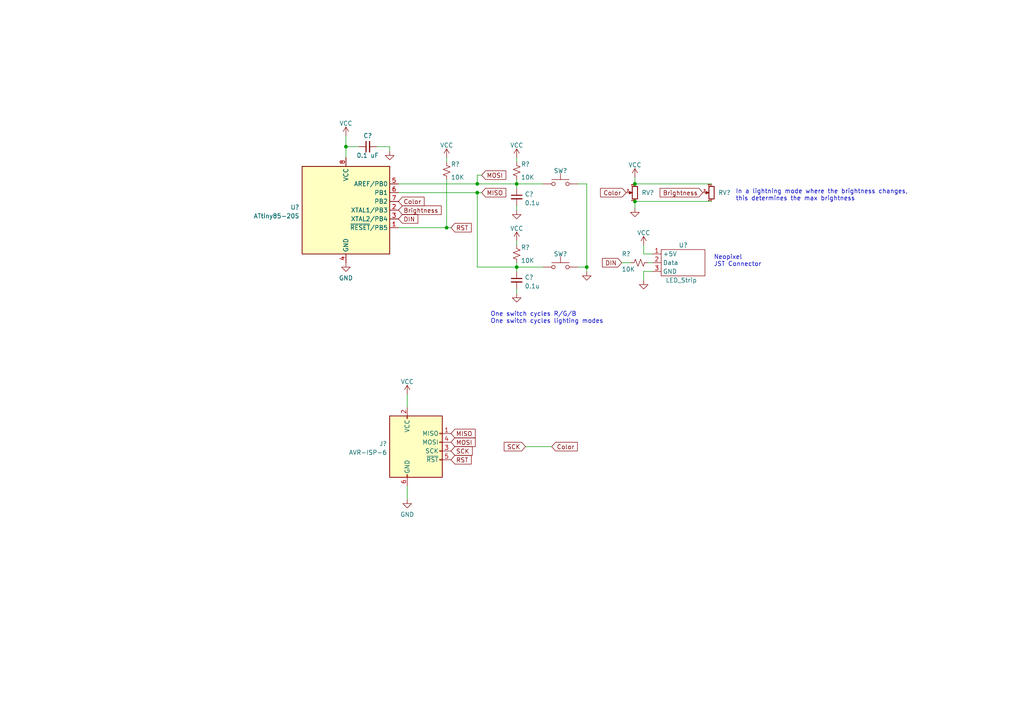
<source format=kicad_sch>
(kicad_sch (version 20211123) (generator eeschema)
  (paper "A4")
  (lib_symbols
    (symbol "Connector:AVR-ISP-6" (pin_names (offset 1.016))
      (property "Reference" "J" (at -6.35 11.43 0))
      (property "Value" "AVR-ISP-6" (at 0 11.43 0))
      (symbol "AVR-ISP-6_0_1"
        (rectangle (start -2.667 -6.858) (end -2.413 -7.62))
        (rectangle (start -2.667 10.16) (end -2.413 9.398))
        (rectangle (start 7.62 -2.413) (end 6.858 -2.667))
        (rectangle (start 7.62 0.127) (end 6.858 -0.127))
        (rectangle (start 7.62 2.667) (end 6.858 2.413))
        (rectangle (start 7.62 5.207) (end 6.858 4.953))
        (rectangle (start 7.62 10.16) (end -7.62 -7.62) (stroke (width 0.254)) (fill (type background)))
      )
      (symbol "AVR-ISP-6_1_1"
        (pin passive line (at 10.16 5.08 180) (length 2.54) (name "MISO") (number "1"))
        (pin passive line (at -2.54 12.7 270) (length 2.54) (name "VCC") (number "2"))
        (pin passive line (at 10.16 0 180) (length 2.54) (name "SCK") (number "3"))
        (pin passive line (at 10.16 2.54 180) (length 2.54) (name "MOSI") (number "4"))
        (pin passive line (at 10.16 -2.54 180) (length 2.54) (name "~{RST}") (number "5"))
        (pin passive line (at -2.54 -10.16 90) (length 2.54) (name "GND") (number "6"))
      )
    )
    (symbol "Device:C_Small" (pin_numbers hide) (pin_names (offset 0.254) hide)
      (property "Reference" "C" (at 0.254 1.778 0))
      (property "Value" "C_Small" (at 0.254 -2.032 0))
      (symbol "C_Small_0_1"
        (polyline (pts (xy -1.524 -0.508) (xy 1.524 -0.508)) (stroke (width 0.3302)))
        (polyline (pts (xy -1.524 0.508) (xy 1.524 0.508)) (stroke (width 0.3048)))
      )
      (symbol "C_Small_1_1"
        (pin passive line (at 0 2.54 270) (length 2.032) (name "~") (number "1"))
        (pin passive line (at 0 -2.54 90) (length 2.032) (name "~") (number "2"))
      )
    )
    (symbol "Device:R_Potentiometer_Small" (pin_names (offset 1.016) hide)
      (property "Reference" "RV" (at -4.445 0 90))
      (property "Value" "R_Potentiometer_Small" (at -2.54 0 90))
      (symbol "R_Potentiometer_Small_0_1"
        (polyline (pts (xy 0.889 0) (xy 0.635 0) (xy 1.651 0.381) (xy 1.651 -0.381) (xy 0.635 0) (xy 0.889 0)) (fill (type outline)))
        (rectangle (start 0.762 1.8034) (end -0.762 -1.8034) (stroke (width 0.254)))
      )
      (symbol "R_Potentiometer_Small_1_1"
        (pin passive line (at 0 2.54 270) (length 0.635) (name "1") (number "1"))
        (pin passive line (at 2.54 0 180) (length 0.9906) (name "2") (number "2"))
        (pin passive line (at 0 -2.54 90) (length 0.635) (name "3") (number "3"))
      )
    )
    (symbol "Device:R_Small_US" (pin_numbers hide) (pin_names (offset 0.254) hide)
      (property "Reference" "R" (at 0.762 0.508 0))
      (property "Value" "R_Small_US" (at 0.762 -1.016 0))
      (symbol "R_Small_US_1_1"
        (polyline (pts (xy 0 0) (xy 1.016 -0.381) (xy 0 -0.762) (xy -1.016 -1.143) (xy 0 -1.524)))
        (polyline (pts (xy 0 1.524) (xy 1.016 1.143) (xy 0 0.762) (xy -1.016 0.381) (xy 0 0)))
        (pin passive line (at 0 2.54 270) (length 1.016) (name "~") (number "1"))
        (pin passive line (at 0 -2.54 90) (length 1.016) (name "~") (number "2"))
      )
    )
    (symbol "MCU_Microchip_ATtiny:ATtiny85-20S"
      (property "Reference" "U" (at -12.7 13.97 0))
      (property "Value" "ATtiny85-20S" (at 2.54 -13.97 0))
      (symbol "ATtiny85-20S_0_1"
        (rectangle (start -12.7 -12.7) (end 12.7 12.7) (stroke (width 0.254)) (fill (type background)))
      )
      (symbol "ATtiny85-20S_1_1"
        (pin bidirectional line (at 15.24 -5.08 180) (length 2.54) (name "~{RESET}/PB5") (number "1"))
        (pin bidirectional line (at 15.24 0 180) (length 2.54) (name "XTAL1/PB3") (number "2"))
        (pin bidirectional line (at 15.24 -2.54 180) (length 2.54) (name "XTAL2/PB4") (number "3"))
        (pin power_in line (at 0 -15.24 90) (length 2.54) (name "GND") (number "4"))
        (pin bidirectional line (at 15.24 7.62 180) (length 2.54) (name "AREF/PB0") (number "5"))
        (pin bidirectional line (at 15.24 5.08 180) (length 2.54) (name "PB1") (number "6"))
        (pin bidirectional line (at 15.24 2.54 180) (length 2.54) (name "PB2") (number "7"))
        (pin power_in line (at 0 15.24 270) (length 2.54) (name "VCC") (number "8"))
      )
    )
    (symbol "Switch:SW_Push" (pin_numbers hide) (pin_names (offset 1.016) hide)
      (property "Reference" "SW" (at 1.27 2.54 0))
      (property "Value" "SW_Push" (at 0 -1.524 0))
      (symbol "SW_Push_0_1"
        (circle (center -2.032 0) (radius 0.508))
        (polyline (pts (xy 0 1.27) (xy 0 3.048)))
        (polyline (pts (xy 2.54 1.27) (xy -2.54 1.27)))
        (circle (center 2.032 0) (radius 0.508))
        (pin passive line (at -5.08 0 0) (length 2.54) (name "1") (number "1"))
        (pin passive line (at 5.08 0 180) (length 2.54) (name "2") (number "2"))
      )
    )
    (symbol "infinity-mirror:LED_Strip"
      (property "Reference" "U" (at 0 5.08 0))
      (property "Value" "LED_Strip" (at 0 -5.08 0))
      (symbol "LED_Strip_0_1"
        (rectangle (start -7.62 -1.27) (end -7.62 -1.27))
        (rectangle (start -7.62 -1.27) (end -7.62 -1.27))
        (rectangle (start -7.62 -1.27) (end -7.62 -1.27))
        (rectangle (start -7.62 -1.27) (end -7.62 -1.27))
        (rectangle (start -7.62 -1.27) (end -7.62 -1.27))
        (rectangle (start -7.62 -1.27) (end -7.62 -1.27))
        (rectangle (start -7.62 -1.27) (end -7.62 -1.27))
        (rectangle (start -7.62 -1.27) (end -7.62 -1.27))
        (rectangle (start -7.62 -1.27) (end -7.62 -1.27))
        (rectangle (start -7.62 -1.27) (end -7.62 -1.27))
        (rectangle (start -7.62 -1.27) (end -7.62 -1.27))
        (rectangle (start -7.62 -1.27) (end -7.62 -1.27))
        (rectangle (start -7.62 -1.27) (end -7.62 -1.27) (fill (type background)))
        (rectangle (start -6.35 3.81) (end 6.35 -3.81))
      )
      (symbol "LED_Strip_1_1"
        (pin bidirectional line (at -8.89 2.54 0) (length 2.54) (name "+5V") (number "1"))
        (pin bidirectional line (at -8.89 0 0) (length 2.54) (name "Data") (number "2"))
        (pin bidirectional line (at -8.89 -2.54 0) (length 2.54) (name "GND") (number "3"))
      )
    )
    (symbol "power:GND" (power) (pin_names (offset 0))
      (property "Value" "GND" (at 0 -3.81 0))
      (symbol "GND_0_1"
        (polyline (pts (xy 0 0) (xy 0 -1.27) (xy 1.27 -1.27) (xy 0 -2.54) (xy -1.27 -1.27) (xy 0 -1.27)))
      )
      (symbol "GND_1_1"
        (pin power_in line (at 0 0 270) (length 0) hide (name "GND") (number "1"))
      )
    )
    (symbol "power:VCC" (power) (pin_names (offset 0))
      (property "Value" "VCC" (at 0 3.81 0))
      (symbol "VCC_0_1"
        (polyline (pts (xy -0.762 1.27) (xy 0 2.54)))
        (polyline (pts (xy 0 0) (xy 0 2.54)))
        (polyline (pts (xy 0 2.54) (xy 0.762 1.27)))
      )
      (symbol "VCC_1_1"
        (pin power_in line (at 0 0 90) (length 0) hide (name "VCC") (number "1"))
      )
    )
  )
  (junction (at 100.33 42.545))
  (junction (at 149.86 77.47))
  (junction (at 184.15 58.42))
  (junction (at 184.15 53.34))
  (junction (at 170.18 77.47))
  (junction (at 138.43 53.34))
  (junction (at 138.43 55.88))
  (junction (at 129.54 66.04))
  (junction (at 149.86 53.34))
  (wire (pts (xy 113.03 42.545) (xy 113.03 43.815)))
  (wire (pts (xy 118.11 140.97) (xy 118.11 144.78)))
  (wire (pts (xy 170.18 77.47) (xy 170.18 78.74)))
  (wire (pts (xy 186.69 71.12) (xy 186.69 73.66)))
  (wire (pts (xy 100.33 39.37) (xy 100.33 42.545)))
  (wire (pts (xy 138.43 50.8) (xy 139.7 50.8)))
  (wire (pts (xy 157.48 77.47) (xy 149.86 77.47)))
  (wire (pts (xy 149.86 45.72) (xy 149.86 46.99)))
  (wire (pts (xy 149.86 53.34) (xy 149.86 54.61)))
  (wire (pts (xy 100.33 42.545) (xy 104.14 42.545)))
  (wire (pts (xy 180.34 76.2) (xy 182.88 76.2)))
  (wire (pts (xy 118.11 114.3) (xy 118.11 118.11)))
  (wire (pts (xy 115.57 53.34) (xy 138.43 53.34)))
  (wire (pts (xy 149.86 52.07) (xy 149.86 53.34)))
  (wire (pts (xy 149.86 83.82) (xy 149.86 85.09)))
  (wire (pts (xy 184.15 58.42) (xy 184.15 60.325)))
  (wire (pts (xy 149.86 69.85) (xy 149.86 71.12)))
  (wire (pts (xy 109.22 42.545) (xy 113.03 42.545)))
  (wire (pts (xy 189.23 78.74) (xy 186.69 78.74)))
  (wire (pts (xy 149.86 77.47) (xy 149.86 78.74)))
  (wire (pts (xy 115.57 55.88) (xy 138.43 55.88)))
  (wire (pts (xy 184.15 51.435) (xy 184.15 53.34)))
  (wire (pts (xy 184.15 58.42) (xy 206.375 58.42)))
  (wire (pts (xy 129.54 45.72) (xy 129.54 46.99)))
  (wire (pts (xy 149.86 53.34) (xy 157.48 53.34)))
  (wire (pts (xy 167.64 53.34) (xy 170.18 53.34)))
  (wire (pts (xy 152.4 129.54) (xy 160.02 129.54)))
  (wire (pts (xy 186.69 73.66) (xy 189.23 73.66)))
  (wire (pts (xy 167.64 77.47) (xy 170.18 77.47)))
  (wire (pts (xy 129.54 52.07) (xy 129.54 66.04)))
  (wire (pts (xy 206.375 53.34) (xy 184.15 53.34)))
  (wire (pts (xy 170.18 53.34) (xy 170.18 77.47)))
  (wire (pts (xy 187.96 76.2) (xy 189.23 76.2)))
  (wire (pts (xy 149.86 76.2) (xy 149.86 77.47)))
  (wire (pts (xy 138.43 55.88) (xy 138.43 77.47)))
  (wire (pts (xy 149.86 59.69) (xy 149.86 60.96)))
  (wire (pts (xy 186.69 78.74) (xy 186.69 81.28)))
  (wire (pts (xy 115.57 66.04) (xy 129.54 66.04)))
  (wire (pts (xy 138.43 55.88) (xy 139.7 55.88)))
  (wire (pts (xy 138.43 77.47) (xy 149.86 77.47)))
  (wire (pts (xy 138.43 53.34) (xy 138.43 50.8)))
  (wire (pts (xy 138.43 53.34) (xy 149.86 53.34)))
  (wire (pts (xy 129.54 66.04) (xy 130.81 66.04)))
  (wire (pts (xy 100.33 42.545) (xy 100.33 45.72)))
  (text "One switch cycles R/G/B\nOne switch cycles lighting modes" (at 142.24 93.98 0) (effects (font (size 1.27 1.27)) (justify left bottom)))
  (text "Neopixel\nJST Connector" (at 207.01 77.47 0) (effects (font (size 1.27 1.27)) (justify left bottom)))
  (text "In a lightning mode where the brightness changes, \nthis determines the max brightness" (at 213.36 58.42 0) (effects (font (size 1.27 1.27)) (justify left bottom)))
  (global_label "Brightness" (shape input) (at 203.835 55.88 180) (property "Intersheet References" "${INTERSHEET_REFS}" (effects hide)))
  (global_label "DIN" (shape input) (at 180.34 76.2 180) (property "Intersheet References" "${INTERSHEET_REFS}" (effects hide)))
  (global_label "Color" (shape input) (at 181.61 55.88 180) (property "Intersheet References" "${INTERSHEET_REFS}" (effects hide)))
  (global_label "MISO" (shape input) (at 139.7 55.88 0) (property "Intersheet References" "${INTERSHEET_REFS}" (effects hide)))
  (global_label "RST" (shape input) (at 130.81 66.04 0) (property "Intersheet References" "${INTERSHEET_REFS}" (effects hide)))
  (global_label "DIN" (shape input) (at 115.57 63.5 0) (property "Intersheet References" "${INTERSHEET_REFS}" (effects hide)))
  (global_label "SCK" (shape input) (at 130.81 130.81 0) (property "Intersheet References" "${INTERSHEET_REFS}" (effects hide)))
  (global_label "RST" (shape input) (at 130.81 133.35 0) (property "Intersheet References" "${INTERSHEET_REFS}" (effects hide)))
  (global_label "Brightness" (shape input) (at 115.57 60.96 0) (property "Intersheet References" "${INTERSHEET_REFS}" (effects hide)))
  (global_label "MOSI" (shape input) (at 130.81 128.27 0) (property "Intersheet References" "${INTERSHEET_REFS}" (effects hide)))
  (global_label "Color" (shape input) (at 160.02 129.54 0) (property "Intersheet References" "${INTERSHEET_REFS}" (effects hide)))
  (global_label "MOSI" (shape input) (at 139.7 50.8 0) (property "Intersheet References" "${INTERSHEET_REFS}" (effects hide)))
  (global_label "SCK" (shape input) (at 152.4 129.54 180) (property "Intersheet References" "${INTERSHEET_REFS}" (effects hide)))
  (global_label "MISO" (shape input) (at 130.81 125.73 0) (property "Intersheet References" "${INTERSHEET_REFS}" (effects hide)))
  (global_label "Color" (shape input) (at 115.57 58.42 0) (property "Intersheet References" "${INTERSHEET_REFS}" (effects hide)))
  (symbol (lib_id "Device:R_Potentiometer_Small") (at 206.375 55.88 180) (unit 1)
    (property "Reference" "RV?" (at 208.28 55.88 0) (effects (justify right)))
    (property "Value" "R_Potentiometer_Small" (effects hide))
  )
  (symbol (lib_id "power:GND") (at 170.18 78.74 0) (unit 1)
    (property "Reference" "#PWR?" (effects hide))
    (property "Value" "GND" (effects hide))
  )
  (symbol (lib_id "Device:R_Small_US") (at 185.42 76.2 270) (unit 1)
    (property "Reference" "R?" (at 181.61 73.66 90))
    (property "Value" "10K" (at 182.245 78.105 90))
    (property "Footprint" "Resistor_SMD:R_0805_2012Metric_Pad1.20x1.40mm_HandSolder" (effects hide))
  )
  (symbol (lib_id "power:GND") (at 184.15 60.325 0) (unit 1)
    (property "Reference" "#PWR?" (effects hide))
    (property "Value" "GND" (effects hide))
  )
  (symbol (lib_id "Device:R_Small_US") (at 149.86 73.66 180) (unit 1)
    (property "Reference" "R?" (at 152.4 71.755 0))
    (property "Value" "10K" (at 153.035 75.565 0))
    (property "Footprint" "Resistor_SMD:R_0805_2012Metric_Pad1.20x1.40mm_HandSolder" (effects hide))
  )
  (symbol (lib_id "power:GND") (at 118.11 144.78 0) (unit 1)
    (property "Reference" "#PWR?" (effects hide))
    (property "Value" "GND" (at 118.11 149.2234 0))
  )
  (symbol (lib_id "power:GND") (at 186.69 81.28 0) (unit 1)
    (property "Reference" "#PWR?" (effects hide))
    (property "Value" "GND" (effects hide))
  )
  (symbol (lib_id "power:VCC") (at 129.54 45.72 0) (unit 1)
    (property "Reference" "#PWR?" (effects hide))
    (property "Value" "VCC" (at 129.54 42.1442 0))
  )
  (symbol (lib_id "Device:R_Potentiometer_Small") (at 184.15 55.88 180) (unit 1)
    (property "Reference" "RV?" (at 186.055 55.88 0) (effects (justify right)))
    (property "Value" "R_Potentiometer_Small" (effects hide))
  )
  (symbol (lib_id "power:GND") (at 149.86 85.09 0) (unit 1)
    (property "Reference" "#PWR?" (effects hide))
    (property "Value" "GND" (effects hide))
  )
  (symbol (lib_id "power:GND") (at 149.86 60.96 0) (unit 1)
    (property "Reference" "#PWR?" (effects hide))
    (property "Value" "GND" (effects hide))
  )
  (symbol (lib_id "power:GND") (at 100.33 76.2 0) (unit 1)
    (property "Reference" "#PWR?" (effects hide))
    (property "Value" "GND" (at 100.33 80.6434 0))
  )
  (symbol (lib_id "MCU_Microchip_ATtiny:ATtiny85-20S") (at 100.33 60.96 0) (unit 1)
    (property "Reference" "U?" (at 86.8681 60.1253 0) (effects (justify right)))
    (property "Value" "ATtiny85-20S" (at 86.8681 62.6622 0) (effects (justify right)))
    (property "Footprint" "Package_SO:SOIC-8W_5.3x5.3mm_P1.27mm" (effects hide))
    (property "Datasheet" "http://ww1.microchip.com/downloads/en/DeviceDoc/atmel-2586-avr-8-bit-microcontroller-attiny25-attiny45-attiny85_datasheet.pdf" (effects hide))
  )
  (symbol (lib_id "power:GND") (at 113.03 43.815 0) (unit 1)
    (property "Reference" "#PWR?" (effects hide))
    (property "Value" "GND" (effects hide))
  )
  (symbol (lib_id "power:VCC") (at 184.15 51.435 0) (unit 1)
    (property "Reference" "#PWR?" (effects hide))
    (property "Value" "VCC" (at 184.15 47.8592 0))
  )
  (symbol (lib_id "Connector:AVR-ISP-6") (at 120.65 130.81 0) (unit 1)
    (property "Reference" "J?" (at 112.2681 128.7053 0) (effects (justify right)))
    (property "Value" "AVR-ISP-6" (at 112.2681 131.2422 0) (effects (justify right)))
    (property "Footprint" "paper_lantern:AVR_ISP_POGO-6" (effects hide))
    (property "Datasheet" " ~" (effects hide))
  )
  (symbol (lib_id "power:VCC") (at 186.69 71.12 0) (unit 1)
    (property "Reference" "#PWR?" (effects hide))
    (property "Value" "VCC" (at 186.69 67.5442 0))
  )
  (symbol (lib_id "power:VCC") (at 100.33 39.37 0) (unit 1)
    (property "Reference" "#PWR?" (effects hide))
    (property "Value" "VCC" (at 100.33 35.7942 0))
  )
  (symbol (lib_id "Device:R_Small_US") (at 129.54 49.53 180) (unit 1)
    (property "Reference" "R?" (at 132.08 47.625 0))
    (property "Value" "10K" (at 132.715 51.435 0))
    (property "Footprint" "Resistor_SMD:R_0805_2012Metric_Pad1.20x1.40mm_HandSolder" (effects hide))
  )
  (symbol (lib_id "power:VCC") (at 149.86 45.72 0) (unit 1)
    (property "Reference" "#PWR?" (effects hide))
    (property "Value" "VCC" (at 149.86 42.1442 0))
  )
  (symbol (lib_id "power:VCC") (at 118.11 114.3 0) (unit 1)
    (property "Reference" "#PWR?" (effects hide))
    (property "Value" "VCC" (at 118.11 110.7242 0))
  )
  (symbol (lib_id "Device:C_Small") (at 149.86 81.28 0) (unit 1)
    (property "Reference" "C?" (at 152.1841 80.4516 0) (effects (justify left)))
    (property "Value" "0.1u" (at 152.1841 82.9885 0) (effects (justify left)))
    (property "Footprint" "Capacitor_SMD:C_0805_2012Metric_Pad1.18x1.45mm_HandSolder" (effects hide))
  )
  (symbol (lib_id "Switch:SW_Push") (at 162.56 77.47 0) (unit 1)
    (property "Reference" "SW?" (at 162.56 73.66 0))
    (property "Value" "SW_Push" (effects hide))
    (property "Footprint" "Button_Switch_THT:SW_PUSH_6mm" (effects hide))
  )
  (symbol (lib_id "infinity-mirror:LED_Strip") (at 198.12 76.2 0) (unit 1)
    (property "Reference" "U?" (at 196.85 71.12 0) (effects (justify left)))
    (property "Value" "LED_Strip" (at 193.04 81.28 0) (effects (justify left)))
    (property "Footprint" "Connector_JST:JST_XA_B03B-XASK-1_1x03_P2.50mm_Vertical" (effects hide))
  )
  (symbol (lib_id "Device:C_Small") (at 149.86 57.15 0) (unit 1)
    (property "Reference" "C?" (at 152.1841 56.3216 0) (effects (justify left)))
    (property "Value" "0.1u" (at 152.1841 58.8585 0) (effects (justify left)))
    (property "Footprint" "Capacitor_SMD:C_0805_2012Metric_Pad1.18x1.45mm_HandSolder" (effects hide))
  )
  (symbol (lib_id "Device:R_Small_US") (at 149.86 49.53 180) (unit 1)
    (property "Reference" "R?" (at 152.4 47.625 0))
    (property "Value" "10K" (at 153.035 51.435 0))
    (property "Footprint" "Resistor_SMD:R_0805_2012Metric_Pad1.20x1.40mm_HandSolder" (effects hide))
  )
  (symbol (lib_id "power:VCC") (at 149.86 69.85 0) (unit 1)
    (property "Reference" "#PWR?" (effects hide))
    (property "Value" "VCC" (at 149.86 66.2742 0))
  )
  (symbol (lib_id "Switch:SW_Push") (at 162.56 53.34 0) (unit 1)
    (property "Reference" "SW?" (at 162.56 49.53 0))
    (property "Value" "SW_Push" (effects hide))
    (property "Footprint" "Button_Switch_THT:SW_PUSH_6mm" (effects hide))
  )
  (symbol (lib_id "Device:C_Small") (at 106.68 42.545 90) (unit 1)
    (property "Reference" "C?" (at 107.95 39.37 90) (effects (justify left)))
    (property "Value" "0.1 uF" (at 109.855 45.085 90) (effects (justify left)))
    (property "Footprint" "Capacitor_SMD:C_0805_2012Metric_Pad1.18x1.45mm_HandSolder" (effects hide))
  )
)
</source>
